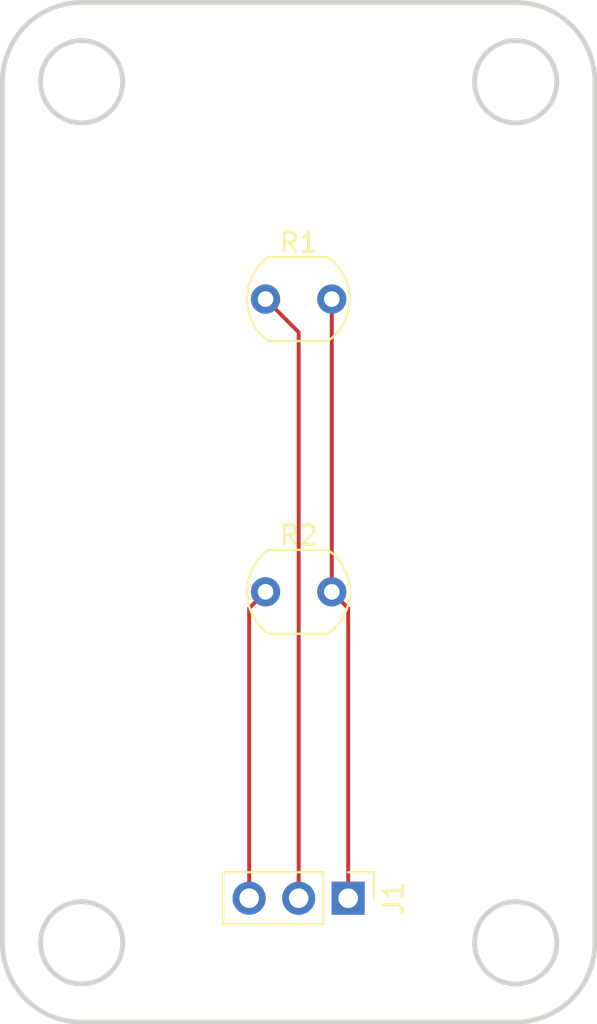
<source format=kicad_pcb>
(kicad_pcb (version 20240108) (generator "pcbnew") (generator_version "8.0")
  (layers (0 "F.Cu" signal) (31 "B.Cu" signal) (34 "B.Paste" user) (35 "F.Paste" user) (36 "B.SilkS" user "B.Silkscreen") (37 "F.SilkS" user "F.Silkscreen") (38 "B.Mask" user) (39 "F.Mask" user) (44 "Edge.Cuts" user))
  (net 0 "")
  (net 1 "PHOTO_CONN_2")
  (net 2 "PHOTO_CONN_1")
  (net 3 "GND")
  (footprint "OptoDevice:R_LDR_5.1x4.3mm_P3.4mm_Vertical" (layer "F.Cu") (at 138 101.513)
    (property "Reference" "R2" (at 1.7 -2.9 0) (layer "F.SilkS"))
    (property "Value" "R_Photo" (hide yes))
    (fp_line (start 0.15 -2.15) (end 3.2 -2.15) (stroke (width 0.12)) (layer "F.SilkS"))
    (fp_line (start 0.15 2.15) (end 3.2 2.15) (stroke (width 0.12)) (layer "F.SilkS"))
    (fp_arc (start 0.15 2.15) (mid -0.950438 -0.013368) (end 0.171766 -2.165525) (stroke (width 0.12)) (layer "F.SilkS"))
    (fp_arc (start 3.2 -2.15) (mid 4.321403 -0.027338) (end 3.244513 2.118249) (stroke (width 0.12)) (layer "F.SilkS"))
    (pad "1" thru_hole circle (at 0 0) (size 1.5 1.5) (drill 0.8) (layers "*.Cu" "*.Mask") (net 1 "PHOTO_CONN_2"))
    (pad "2" thru_hole circle (at 3.4 0) (size 1.5 1.5) (drill 0.8) (layers "*.Cu" "*.Mask") (net 3 "GND"))
  )
  (footprint "Connector_PinHeader_2.54mm:PinHeader_1x03_P2.54mm_Vertical" (layer "F.Cu") (at 142.24 117.213 -90)
    (property "Reference" "J1" (at 0 -2.33 90) (layer "F.SilkS"))
    (property "Value" "Conn_01x03" (hide yes))
    (fp_line (start -1.33 6.41) (end 1.33 6.41) (stroke (width 0.12)) (layer "F.SilkS"))
    (fp_line (start -1.33 1.27) (end -1.33 6.41) (stroke (width 0.12)) (layer "F.SilkS"))
    (fp_line (start -1.33 1.27) (end 1.33 1.27) (stroke (width 0.12)) (layer "F.SilkS"))
    (fp_line (start 1.33 1.27) (end 1.33 6.41) (stroke (width 0.12)) (layer "F.SilkS"))
    (fp_line (start -1.33 0) (end -1.33 -1.33) (stroke (width 0.12)) (layer "F.SilkS"))
    (fp_line (start -1.33 -1.33) (end 0 -1.33) (stroke (width 0.12)) (layer "F.SilkS"))
    (pad "1" thru_hole rect (at 0 0 270) (size 1.7 1.7) (drill 1) (layers "*.Cu" "*.Mask") (net 3 "GND"))
    (pad "2" thru_hole oval (at 0 2.54 270) (size 1.7 1.7) (drill 1) (layers "*.Cu" "*.Mask") (net 2 "PHOTO_CONN_1"))
    (pad "3" thru_hole oval (at 0 5.08 270) (size 1.7 1.7) (drill 1) (layers "*.Cu" "*.Mask") (net 1 "PHOTO_CONN_2"))
  )
  (footprint "OptoDevice:R_LDR_5.1x4.3mm_P3.4mm_Vertical" (layer "F.Cu") (at 138 86.513)
    (property "Reference" "R1" (at 1.7 -2.9 0) (layer "F.SilkS"))
    (property "Value" "R_Photo" (hide yes))
    (fp_line (start 0.15 -2.15) (end 3.2 -2.15) (stroke (width 0.12)) (layer "F.SilkS"))
    (fp_line (start 0.15 2.15) (end 3.2 2.15) (stroke (width 0.12)) (layer "F.SilkS"))
    (fp_arc (start 0.15 2.15) (mid -0.950438 -0.013368) (end 0.171766 -2.165525) (stroke (width 0.12)) (layer "F.SilkS"))
    (fp_arc (start 3.2 -2.15) (mid 4.321403 -0.027338) (end 3.244513 2.118249) (stroke (width 0.12)) (layer "F.SilkS"))
    (pad "1" thru_hole circle (at 0 0) (size 1.5 1.5) (drill 0.8) (layers "*.Cu" "*.Mask") (net 2 "PHOTO_CONN_1"))
    (pad "2" thru_hole circle (at 3.4 0) (size 1.5 1.5) (drill 0.8) (layers "*.Cu" "*.Mask") (net 3 "GND"))
  )
  (gr_line (start 124.5 75.377) (end 124.5 119.499) (stroke (width 0.25)) (layer "Edge.Cuts"))
  (gr_arc (start 124.5 75.377) (mid 125.690318 72.503318) (end 128.564 71.313) (stroke (width 0.25)) (layer "Edge.Cuts"))
  (gr_arc (start 128.564 123.563) (mid 125.690318 122.372682) (end 124.5 119.499) (stroke (width 0.25)) (layer "Edge.Cuts"))
  (gr_circle (center 150.836 119.499) (end 152.9442 119.499) (stroke (width 0.25)) (fill none) (layer "Edge.Cuts"))
  (gr_arc (start 154.9 119.499) (mid 153.709682 122.372682) (end 150.836 123.563) (stroke (width 0.25)) (layer "Edge.Cuts"))
  (gr_circle (center 150.836 75.377) (end 152.9442 75.377) (stroke (width 0.25)) (fill none) (layer "Edge.Cuts"))
  (gr_arc (start 150.836 71.313) (mid 153.709682 72.503318) (end 154.9 75.377) (stroke (width 0.25)) (layer "Edge.Cuts"))
  (gr_circle (center 128.564 75.377) (end 130.6722 75.377) (stroke (width 0.25)) (fill none) (layer "Edge.Cuts"))
  (gr_line (start 154.9 119.499) (end 154.9 75.377) (stroke (width 0.25)) (layer "Edge.Cuts"))
  (gr_circle (center 128.564 119.499) (end 130.6722 119.499) (stroke (width 0.25)) (fill none) (layer "Edge.Cuts"))
  (gr_line (start 128.564 123.563) (end 150.836 123.563) (stroke (width 0.25)) (layer "Edge.Cuts"))
  (gr_line (start 150.836 71.313) (end 128.564 71.313) (stroke (width 0.25)) (layer "Edge.Cuts"))
  (segment (start 137.16 102.353) (end 138 101.513) (width 0.2) (layer "F.Cu") (net 1))
  (segment (start 137.16 117.213) (end 137.16 102.353) (width 0.2) (layer "F.Cu") (net 1))
  (segment (start 138 86.513) (end 139.7 88.213) (width 0.2) (layer "F.Cu") (net 2))
  (segment (start 139.7 88.213) (end 139.7 117.213) (width 0.2) (layer "F.Cu") (net 2))
  (segment (start 141.4 101.513) (end 141.4 86.513) (width 0.2) (layer "F.Cu") (net 3))
  (segment (start 142.24 117.213) (end 142.24 102.353) (width 0.2) (layer "F.Cu") (net 3))
  (segment (start 142.24 102.353) (end 141.4 101.513) (width 0.2) (layer "F.Cu") (net 3))
)
</source>
